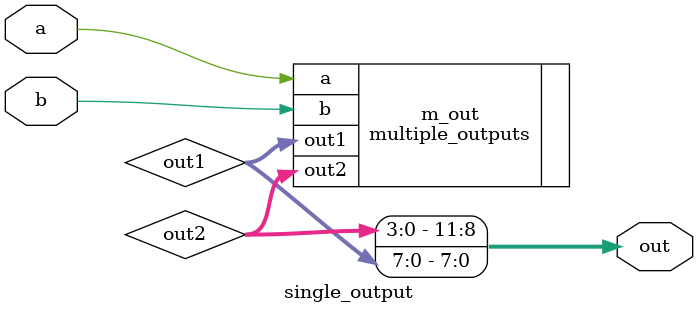
<source format=v>
  

// endmodule

module single_output (
  input a,
  input b,
  output reg [11:0] out
);

  wire [7:0] out1;
  wire [3:0] out2;
  multiple_outputs m_out (
    .a(a),
    .b(b),
    .out1(out1),
    .out2(out2)
  );

  assign out = {out2, out1};

endmodule

</source>
